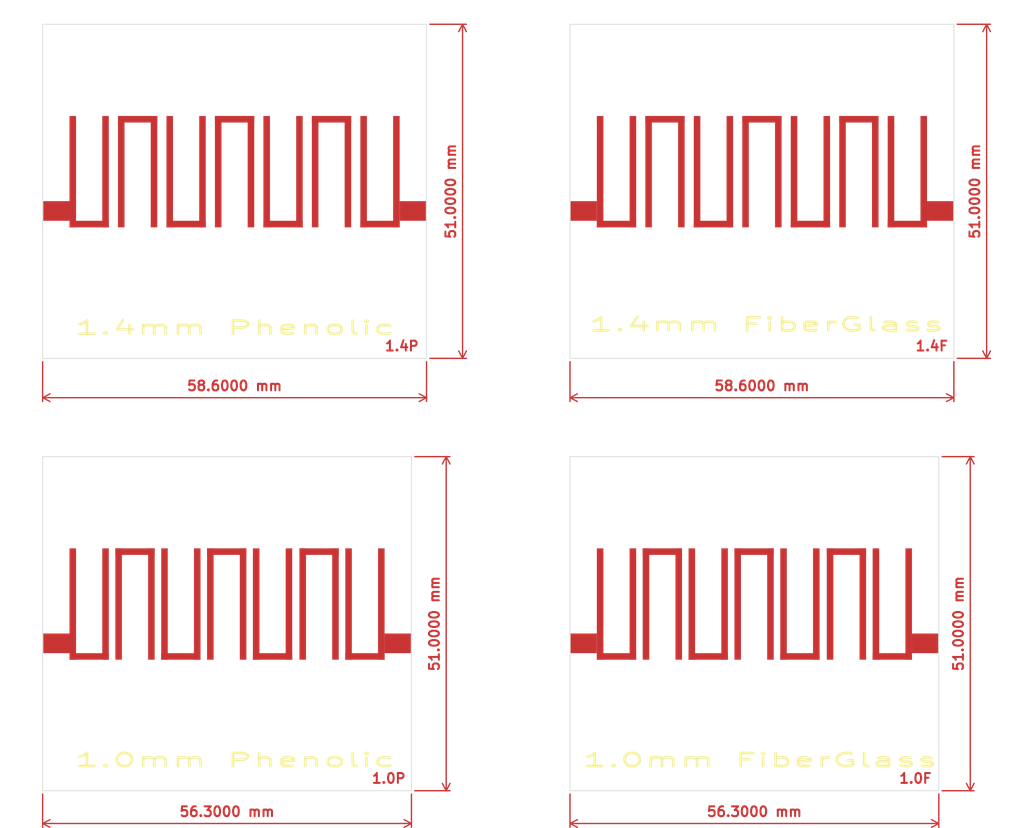
<source format=kicad_pcb>
(kicad_pcb (version 20221018) (generator pcbnew)

  (general
    (thickness 1.6)
  )

  (paper "A4")
  (layers
    (0 "F.Cu" signal)
    (31 "B.Cu" signal)
    (32 "B.Adhes" user "B.Adhesive")
    (33 "F.Adhes" user "F.Adhesive")
    (34 "B.Paste" user)
    (35 "F.Paste" user)
    (36 "B.SilkS" user "B.Silkscreen")
    (37 "F.SilkS" user "F.Silkscreen")
    (38 "B.Mask" user)
    (39 "F.Mask" user)
    (40 "Dwgs.User" user "User.Drawings")
    (41 "Cmts.User" user "User.Comments")
    (42 "Eco1.User" user "User.Eco1")
    (43 "Eco2.User" user "User.Eco2")
    (44 "Edge.Cuts" user)
    (45 "Margin" user)
    (46 "B.CrtYd" user "B.Courtyard")
    (47 "F.CrtYd" user "F.Courtyard")
    (48 "B.Fab" user)
    (49 "F.Fab" user)
    (50 "User.1" user)
    (51 "User.2" user)
    (52 "User.3" user)
    (53 "User.4" user)
    (54 "User.5" user)
    (55 "User.6" user)
    (56 "User.7" user)
    (57 "User.8" user)
    (58 "User.9" user)
  )

  (setup
    (pad_to_mask_clearance 0)
    (pcbplotparams
      (layerselection 0x00010fc_ffffffff)
      (plot_on_all_layers_selection 0x0000000_00000000)
      (disableapertmacros false)
      (usegerberextensions false)
      (usegerberattributes true)
      (usegerberadvancedattributes true)
      (creategerberjobfile true)
      (dashed_line_dash_ratio 12.000000)
      (dashed_line_gap_ratio 3.000000)
      (svgprecision 4)
      (plotframeref false)
      (viasonmask false)
      (mode 1)
      (useauxorigin false)
      (hpglpennumber 1)
      (hpglpenspeed 20)
      (hpglpendiameter 15.000000)
      (dxfpolygonmode true)
      (dxfimperialunits true)
      (dxfusepcbnewfont true)
      (psnegative false)
      (psa4output false)
      (plotreference true)
      (plotvalue true)
      (plotinvisibletext false)
      (sketchpadsonfab false)
      (subtractmaskfromsilk false)
      (outputformat 1)
      (mirror false)
      (drillshape 1)
      (scaleselection 1)
      (outputdirectory "")
    )
  )

  (net 0 "")

  (gr_rect (start 135.1 53) (end 141.1 54)
    (stroke (width 0) (type solid)) (fill solid) (layer "F.Cu") (tstamp 01d9584c-a4ff-4f0a-b35d-abae72b936f7))
  (gr_rect (start 120.3 37) (end 121.3 54)
    (stroke (width 0) (type solid)) (fill solid) (layer "F.Cu") (tstamp 047fcd7c-8fa5-4b28-a46f-e201fc52d9f1))
  (gr_rect (start 152.6 103) (end 153.6 120)
    (stroke (width 0) (type solid)) (fill solid) (layer "F.Cu") (tstamp 04a28c04-7501-4b16-a0f9-23ef689f1fa7))
  (gr_rect (start 47.2 37) (end 53.2 38)
    (stroke (width 0) (type solid)) (fill solid) (layer "F.Cu") (tstamp 05921ab3-944a-42a4-9359-46cfbabfc3c0))
  (gr_rect (start 21 116) (end 25 119)
    (stroke (width 0) (type solid)) (fill solid) (layer "F.Cu") (tstamp 0744caec-ccf3-4091-bfed-0847fd95ce6d))
  (gr_rect (start 21 50) (end 25 53)
    (stroke (width 0) (type solid)) (fill solid) (layer "F.Cu") (tstamp 09f8b331-bc3d-4c57-b204-81d3fc902579))
  (gr_rect (start 105.5 37) (end 106.5 54)
    (stroke (width 0) (type solid)) (fill solid) (layer "F.Cu") (tstamp 12268758-7eff-4857-85a3-d83cb3d040b0))
  (gr_rect (start 135.1 37) (end 136.1 54)
    (stroke (width 0) (type solid)) (fill solid) (layer "F.Cu") (tstamp 16dba43c-2e16-49f7-97c9-ae8d5c917a7b))
  (gr_rect (start 140.6 103) (end 141.6 120)
    (stroke (width 0) (type solid)) (fill solid) (layer "F.Cu") (tstamp 191c0017-2f5a-4e32-ba74-6c120cc63f2b))
  (gr_rect (start 39.8 53) (end 45.8 54)
    (stroke (width 0) (type solid)) (fill solid) (layer "F.Cu") (tstamp 19206d27-a9ae-4d8a-92ed-9fa5082fdb62))
  (gr_rect (start 54.6 53) (end 60.6 54)
    (stroke (width 0) (type solid)) (fill solid) (layer "F.Cu") (tstamp 199a10f8-4034-4086-b123-da1de176a50f))
  (gr_rect (start 119.5 103) (end 120.5 120)
    (stroke (width 0) (type solid)) (fill solid) (layer "F.Cu") (tstamp 199de545-2dfd-436f-aa59-5b08cefaaa9a))
  (gr_rect (start 44 103) (end 45 120)
    (stroke (width 0) (type solid)) (fill solid) (layer "F.Cu") (tstamp 19ee3f8d-ee27-423f-85dd-3acf945b2a06))
  (gr_rect (start 74.4 37) (end 75.4 54)
    (stroke (width 0) (type solid)) (fill solid) (layer "F.Cu") (tstamp 1c4e0516-12ac-4320-9b7f-3bb9d22d5520))
  (gr_rect (start 145.6 103) (end 146.6 120)
    (stroke (width 0) (type solid)) (fill solid) (layer "F.Cu") (tstamp 1dca68b2-e5f5-4b7c-a831-36f82fd5cf85))
  (gr_rect (start 110.5 103) (end 111.5 120)
    (stroke (width 0) (type solid)) (fill solid) (layer "F.Cu") (tstamp 20c5f718-b59b-4c01-a9ed-fa4e8f16b053))
  (gr_rect (start 147.6 119) (end 153.6 120)
    (stroke (width 0) (type solid)) (fill solid) (layer "F.Cu") (tstamp 22d2ad2a-0502-4b26-a3c9-19f9df0a4ec8))
  (gr_rect (start 124.5 103) (end 125.5 120)
    (stroke (width 0) (type solid)) (fill solid) (layer "F.Cu") (tstamp 24c025f0-83c6-4607-a9c6-6537ed2db777))
  (gr_rect (start 154.9 37) (end 155.9 54)
    (stroke (width 0) (type solid)) (fill solid) (layer "F.Cu") (tstamp 2767705b-02a9-48b3-b02c-1ad7debb09e6))
  (gr_rect (start 59.6 37) (end 60.6 54)
    (stroke (width 0) (type solid)) (fill solid) (layer "F.Cu") (tstamp 27b7c7e7-d601-40d9-bcaa-9f3a5cebdb19))
  (gr_rect (start 47.2 37) (end 48.2 54)
    (stroke (width 0) (type solid)) (fill solid) (layer "F.Cu") (tstamp 2f956446-5f49-4e10-ad84-cb927d1ed0b1))
  (gr_rect (start 138.5 103) (end 139.5 120)
    (stroke (width 0) (type solid)) (fill solid) (layer "F.Cu") (tstamp 33711d90-f61b-4282-8620-8d856af5b836))
  (gr_rect (start 126.5 103) (end 127.5 120)
    (stroke (width 0) (type solid)) (fill solid) (layer "F.Cu") (tstamp 33a0cd65-2d0c-4779-988d-2a78a7426394))
  (gr_rect (start 149.9 37) (end 150.9 54)
    (stroke (width 0) (type solid)) (fill solid) (layer "F.Cu") (tstamp 384df503-2f7a-485f-bbe8-26b56fdf8f85))
  (gr_rect (start 117.9 37) (end 118.9 54)
    (stroke (width 0) (type solid)) (fill solid) (layer "F.Cu") (tstamp 3921396d-67b9-44ef-8a53-f70817c6f785))
  (gr_rect (start 32.4 37) (end 33.4 54)
    (stroke (width 0) (type solid)) (fill solid) (layer "F.Cu") (tstamp 3b0f8c94-20ad-44fc-8507-5a9c7b133b7a))
  (gr_rect (start 147.6 103) (end 148.6 120)
    (stroke (width 0) (type solid)) (fill solid) (layer "F.Cu") (tstamp 3b7f6eac-1bec-4f7f-88ae-4a9c85f449c9))
  (gr_rect (start 37 103) (end 38 120)
    (stroke (width 0) (type solid)) (fill solid) (layer "F.Cu") (tstamp 3f4695ec-fff4-4e77-bfd7-7a54acef3096))
  (gr_rect (start 155.9 50) (end 159.9 53)
    (stroke (width 0) (type solid)) (fill solid) (layer "F.Cu") (tstamp 4170a5cc-0f8b-41b9-9421-3ebc13aa2204))
  (gr_rect (start 110.5 37) (end 111.5 54)
    (stroke (width 0) (type solid)) (fill solid) (layer "F.Cu") (tstamp 46f80d7c-2eb5-4cec-a7cd-a79d6d866840))
  (gr_rect (start 140.1 37) (end 141.1 54)
    (stroke (width 0) (type solid)) (fill solid) (layer "F.Cu") (tstamp 4a0eaf07-d3c1-43ee-9176-863da8b9da05))
  (gr_rect (start 132.7 37) (end 133.7 54)
    (stroke (width 0) (type solid)) (fill solid) (layer "F.Cu") (tstamp 4b39a1f3-3487-47c7-a090-9e9dade95ac5))
  (gr_rect (start 126.5 103) (end 132.5 104)
    (stroke (width 0) (type solid)) (fill solid) (layer "F.Cu") (tstamp 4ed1123a-1791-456c-ab17-8c6d78cec27b))
  (gr_rect (start 25 119) (end 31 120)
    (stroke (width 0) (type solid)) (fill solid) (layer "F.Cu") (tstamp 4f5a16ab-5421-4b05-ade9-54a649d94e58))
  (gr_rect (start 60.1 103) (end 61.1 120)
    (stroke (width 0) (type solid)) (fill solid) (layer "F.Cu") (tstamp 551a13ab-b585-4ab1-ab8c-01455fbb3696))
  (gr_rect (start 112.9 37) (end 113.9 54)
    (stroke (width 0) (type solid)) (fill solid) (layer "F.Cu") (tstamp 5a15beb6-dff8-4cfb-96db-b6155eb149fd))
  (gr_rect (start 53 103) (end 54 120)
    (stroke (width 0) (type solid)) (fill solid) (layer "F.Cu") (tstamp 652dfa81-9fc1-41a5-a42c-17c48f1b4106))
  (gr_rect (start 25 53) (end 31 54)
    (stroke (width 0) (type solid)) (fill solid) (layer "F.Cu") (tstamp 6680d957-e544-40c7-8dc2-4a8de7b24293))
  (gr_rect (start 69.4 37) (end 70.4 54)
    (stroke (width 0) (type solid)) (fill solid) (layer "F.Cu") (tstamp 675eee5d-99e5-4dba-8b23-73594b48062b))
  (gr_rect (start 120.3 53) (end 126.3 54)
    (stroke (width 0) (type solid)) (fill solid) (layer "F.Cu") (tstamp 69389e6e-5df8-4432-9318-f425c201a20e))
  (gr_rect (start 67.1 119) (end 73.1 120)
    (stroke (width 0) (type solid)) (fill solid) (layer "F.Cu") (tstamp 71ce6573-f4ac-4040-95e5-c49aed99d6b7))
  (gr_rect (start 30 103) (end 31 120)
    (stroke (width 0) (type solid)) (fill solid) (layer "F.Cu") (tstamp 7356aca8-1de4-4916-ac77-5f3a2df5418e))
  (gr_rect (start 46 103) (end 47 120)
    (stroke (width 0) (type solid)) (fill solid) (layer "F.Cu") (tstamp 73c7a9a8-48c5-4868-8d81-ab56eaac8f17))
  (gr_rect (start 67 37) (end 68 54)
    (stroke (width 0) (type solid)) (fill solid) (layer "F.Cu") (tstamp 7543d341-ec42-4fb7-baff-f9160b7c982d))
  (gr_rect (start 105.5 119) (end 111.5 120)
    (stroke (width 0) (type solid)) (fill solid) (layer "F.Cu") (tstamp 78671d8b-1ac3-467c-9e40-5b8e2631d411))
  (gr_rect (start 133.5 103) (end 134.5 120)
    (stroke (width 0) (type solid)) (fill solid) (layer "F.Cu") (tstamp 7a905688-14e8-4713-82c5-694f8109b79e))
  (gr_rect (start 67.1 103) (end 68.1 120)
    (stroke (width 0) (type solid)) (fill solid) (layer "F.Cu") (tstamp 7ac159b0-314c-434a-bd92-9caf0ffa6657))
  (gr_rect (start 125.3 37) (end 126.3 54)
    (stroke (width 0) (type solid)) (fill solid) (layer "F.Cu") (tstamp 7aeb8157-e3db-496c-949e-85a4ffd203e5))
  (gr_rect (start 112.5 103) (end 118.5 104)
    (stroke (width 0) (type solid)) (fill solid) (layer "F.Cu") (tstamp 85ba20e7-8088-4977-b6bf-6954458296bd))
  (gr_rect (start 133.5 119) (end 139.5 120)
    (stroke (width 0) (type solid)) (fill solid) (layer "F.Cu") (tstamp 86e01e1a-7fad-448d-9c14-473151c67e59))
  (gr_rect (start 142.5 37) (end 143.5 54)
    (stroke (width 0) (type solid)) (fill solid) (layer "F.Cu") (tstamp 873eba19-664e-4231-b08d-d20e3bcc1eaf))
  (gr_rect (start 39 103) (end 40 120)
    (stroke (width 0) (type solid)) (fill solid) (layer "F.Cu") (tstamp 89c71b5c-675b-410b-88e7-6d635d884271))
  (gr_rect (start 127.7 37) (end 128.7 54)
    (stroke (width 0) (type solid)) (fill solid) (layer "F.Cu") (tstamp 8b303f75-c24a-43ec-878c-a0f8d95f2790))
  (gr_rect (start 119.5 119) (end 125.5 120)
    (stroke (width 0) (type solid)) (fill solid) (layer "F.Cu") (tstamp 9052743e-01e8-442d-960b-a7f08d45e63f))
  (gr_rect (start 32.4 37) (end 38.4 38)
    (stroke (width 0) (type solid)) (fill solid) (layer "F.Cu") (tstamp 9173e239-572e-40a4-99a2-0f70550dfd39))
  (gr_rect (start 32 103) (end 38 104)
    (stroke (width 0) (type solid)) (fill solid) (layer "F.Cu") (tstamp 91bc4a21-e6ff-4d5f-bd5a-ce7cce03bca1))
  (gr_rect (start 44.8 37) (end 45.8 54)
    (stroke (width 0) (type solid)) (fill solid) (layer "F.Cu") (tstamp 9400301b-c32a-479a-a35c-14750a9e95af))
  (gr_rect (start 39.8 37) (end 40.8 54)
    (stroke (width 0) (type solid)) (fill solid) (layer "F.Cu") (tstamp 96ffe65e-9aef-42bd-a873-6b6d31d19cca))
  (gr_rect (start 127.7 37) (end 133.7 38)
    (stroke (width 0) (type solid)) (fill solid) (layer "F.Cu") (tstamp 9873f237-42d6-4136-a0e8-1c8f7ec283a4))
  (gr_rect (start 69.4 53) (end 75.4 54)
    (stroke (width 0) (type solid)) (fill solid) (layer "F.Cu") (tstamp 9aef1bdd-ab73-4144-afe6-78f5eeacd1c8))
  (gr_rect (start 52.2 37) (end 53.2 54)
    (stroke (width 0) (type solid)) (fill solid) (layer "F.Cu") (tstamp 9d8b2fe5-5e56-4876-8340-7307ebc783da))
  (gr_rect (start 101.5 50) (end 105.5 53)
    (stroke (width 0) (type solid)) (fill solid) (layer "F.Cu") (tstamp 9de6b32f-9809-4e24-b7a5-96bf98381505))
  (gr_rect (start 112.5 103) (end 113.5 120)
    (stroke (width 0) (type solid)) (fill solid) (layer "F.Cu") (tstamp 9fd516fe-5ee8-4b04-a1f9-b1861417f98d))
  (gr_rect (start 62 37) (end 68 38)
    (stroke (width 0) (type solid)) (fill solid) (layer "F.Cu") (tstamp a72c9ecf-6238-440c-9f23-484a90898b6e))
  (gr_rect (start 112.9 37) (end 118.9 38)
    (stroke (width 0) (type solid)) (fill solid) (layer "F.Cu") (tstamp ab536705-ee8c-4d99-92e3-20b9909a6302))
  (gr_rect (start 53 119) (end 59 120)
    (stroke (width 0) (type solid)) (fill solid) (layer "F.Cu") (tstamp b74e600e-4e07-481a-983d-f49e813d7d6a))
  (gr_rect (start 72.1 103) (end 73.1 120)
    (stroke (width 0) (type solid)) (fill solid) (layer "F.Cu") (tstamp b8c59166-3982-4532-8f2e-cc4ad6018feb))
  (gr_rect (start 105.5 103) (end 106.5 120)
    (stroke (width 0) (type solid)) (fill solid) (layer "F.Cu") (tstamp bc482ae1-f88f-4e57-8fca-251fb932532b))
  (gr_rect (start 149.9 53) (end 155.9 54)
    (stroke (width 0) (type solid)) (fill solid) (layer "F.Cu") (tstamp c1e6898f-a12c-4545-859e-d4846045c431))
  (gr_rect (start 101.5 116) (end 105.5 119)
    (stroke (width 0) (type solid)) (fill solid) (layer "F.Cu") (tstamp c240bc12-2d2a-4634-a7cc-2f489d798484))
  (gr_rect (start 30 37) (end 31 54)
    (stroke (width 0) (type solid)) (fill solid) (layer "F.Cu") (tstamp c8626839-ddd1-4dd9-b579-6baf88381123))
  (gr_rect (start 60.1 103) (end 66.1 104)
    (stroke (width 0) (type solid)) (fill solid) (layer "F.Cu") (tstamp cb2ad196-707e-4d57-957a-a8b2cb19b5b6))
  (gr_rect (start 153.6 116) (end 157.6 119)
    (stroke (width 0) (type solid)) (fill solid) (layer "F.Cu") (tstamp cb759c2f-161a-499a-90d3-2ec772e3dd25))
  (gr_rect (start 39 119) (end 45 120)
    (stroke (width 0) (type solid)) (fill solid) (layer "F.Cu") (tstamp cdad1137-1e5f-40f8-85e1-3cecaf83f5f1))
  (gr_rect (start 25 103) (end 26 120)
    (stroke (width 0) (type solid)) (fill solid) (layer "F.Cu") (tstamp cee4c26a-e9e9-4533-8d8b-2f409019682f))
  (gr_rect (start 140.6 103) (end 146.6 104)
    (stroke (width 0) (type solid)) (fill solid) (layer "F.Cu") (tstamp cff31419-a3ba-4c10-a2f2-4582689e1281))
  (gr_rect (start 51 103) (end 52 120)
    (stroke (width 0) (type solid)) (fill solid) (layer "F.Cu") (tstamp d5a6816b-3019-4e71-88f7-a8753d125e50))
  (gr_rect (start 65.1 103) (end 66.1 120)
    (stroke (width 0) (type solid)) (fill solid) (layer "F.Cu") (tstamp d619568d-252c-438c-8b34-0b3c1288025b))
  (gr_rect (start 105.5 53) (end 111.5 54)
    (stroke (width 0) (type solid)) (fill solid) (layer "F.Cu") (tstamp d6c7d3ad-1d0b-4941-ab7e-77df5a5731e9))
  (gr_rect (start 73.1 116) (end 77.1 119)
    (stroke (width 0) (type solid)) (fill solid) (layer "F.Cu") (tstamp de7dd9be-6591-40ed-8266-005768191ca7))
  (gr_rect (start 117.5 103) (end 118.5 120)
    (stroke (width 0) (type solid)) (fill solid) (layer "F.Cu") (tstamp e09baff5-f069-4b2e-b151-e4fac61e3804))
  (gr_rect (start 75.4 50) (end 79.4 53)
    (stroke (width 0) (type solid)) (fill solid) (layer "F.Cu") (tstamp e7ad447c-57a4-4f0d-a464-2ead6fc7c71e))
  (gr_rect (start 58 103) (end 59 120)
    (stroke (width 0) (type solid)) (fill solid) (layer "F.Cu") (tstamp e84def1f-e55f-4ff6-a169-58ab85f120da))
  (gr_rect (start 32 103) (end 33 120)
    (stroke (width 0) (type solid)) (fill solid) (layer "F.Cu") (tstamp ec0a5c24-1305-4769-a790-257c386842e6))
  (gr_rect (start 62 37) (end 63 54)
    (stroke (width 0) (type solid)) (fill solid) (layer "F.Cu") (tstamp ed3e5fb2-6dd6-4d1e-8dff-83bd663b8966))
  (gr_rect (start 147.5 37) (end 148.5 54)
    (stroke (width 0) (type solid)) (fill solid) (layer "F.Cu") (tstamp ed7c090f-8426-483a-8b7c-bb499c4daffc))
  (gr_rect (start 37.4 37) (end 38.4 54)
    (stroke (width 0) (type solid)) (fill solid) (layer "F.Cu") (tstamp ef6e1a75-3785-4ea9-92d1-237797cad5f1))
  (gr_rect (start 131.5 103) (end 132.5 120)
    (stroke (width 0) (type solid)) (fill solid) (layer "F.Cu") (tstamp f3f7107d-deaa-4ebb-8057-70ddf01c8503))
  (gr_rect (start 54.6 37) (end 55.6 54)
    (stroke (width 0) (type solid)) (fill solid) (layer "F.Cu") (tstamp f62a1dba-bb82-4571-91b1-9354b6bb7302))
  (gr_rect (start 25 37) (end 26 54)
    (stroke (width 0) (type solid)) (fill solid) (layer "F.Cu") (tstamp f87dc6e3-e0ed-48d8-aeca-eecd1b665545))
  (gr_rect (start 142.5 37) (end 148.5 38)
    (stroke (width 0) (type solid)) (fill solid) (layer "F.Cu") (tstamp fbfe50ba-b306-4009-aae3-a95a7d8dc9b3))
  (gr_rect (start 46 103) (end 52 104)
    (stroke (width 0) (type solid)) (fill solid) (layer "F.Cu") (tstamp ff9850a1-80bf-473e-9beb-8e74290618af))
  (gr_rect (start 20.9 23) (end 79.5 74)
    (stroke (width 0.1) (type default)) (fill none) (layer "Edge.Cuts") (tstamp 1a465818-a851-4aba-bd46-665a82ae2214))
  (gr_rect (start 101.4 89) (end 157.7 140)
    (stroke (width 0.1) (type default)) (fill none) (layer "Edge.Cuts") (tstamp 7f1b0e50-b8c6-43cb-a15c-f50fc565aa97))
  (gr_rect (start 101.4 23) (end 160 74)
    (stroke (width 0.1) (type default)) (fill none) (layer "Edge.Cuts") (tstamp b806101a-b804-4f7f-b19a-4fd24feafce8))
  (gr_rect (start 20.9 89) (end 77.2 140)
    (stroke (width 0.1) (type default)) (fill none) (layer "Edge.Cuts") (tstamp e2cde766-1a2a-4b74-8ae9-446f38844f6d))
  (gr_text "1.0P" (at 71 139) (layer "F.Cu") (tstamp 4c01d7bb-0bf0-4c03-b2b9-03cc13f87f9f)
    (effects (font (size 1.5 1.5) (thickness 0.3) bold) (justify left bottom))
  )
  (gr_text "1.0F" (at 151.5 139) (layer "F.Cu") (tstamp 67a02c97-4995-480f-97e8-637eefe8858c)
    (effects (font (size 1.5 1.5) (thickness 0.3) bold) (justify left bottom))
  )
  (gr_text "1.4P" (at 73 73) (layer "F.Cu") (tstamp 87f1765b-bc37-4d9a-9b9a-28e6698b08bd)
    (effects (font (size 1.5 1.5) (thickness 0.3) bold) (justify left bottom))
  )
  (gr_text "1.4F\n" (at 154 73) (layer "F.Cu") (tstamp d4260dec-2db5-438c-bfb9-c838443e68c2)
    (effects (font (size 1.5 1.5) (thickness 0.3) bold) (justify left bottom))
  )
  (gr_text "1.0mm Phenolic" (at 25.5 136.5) (layer "F.SilkS") (tstamp 17bbc842-9f8f-4d7e-aae9-903de08fefbd)
    (effects (font (size 2 4) (thickness 0.4) bold) (justify left bottom))
  )
  (gr_text "1.0mm FiberGlass" (at 103 136.5) (layer "F.SilkS") (tstamp 38c78746-8fdb-4990-a833-2c088d92234a)
    (effects (font (size 2 4) (thickness 0.4) bold) (justify left bottom))
  )
  (gr_text "1.4mm Phenolic" (at 25.5 70.5) (layer "F.SilkS") (tstamp 414be4fc-54d8-42a5-b3da-856c96964a5f)
    (effects (font (size 2 4) (thickness 0.4) bold) (justify left bottom))
  )
  (gr_text "1.4mm FiberGlass" (at 104 70) (layer "F.SilkS") (tstamp 7f33c217-1374-4e8c-8a36-38f0b640ede9)
    (effects (font (size 2 4) (thickness 0.4) bold) (justify left bottom))
  )
  (dimension (type aligned) (layer "F.Cu") (tstamp 328e954a-5a56-4268-ae2d-bda6db0e3caa)
    (pts (xy 77.2 89) (xy 77.2 140))
    (height -5.3)
    (gr_text "51.0000 mm" (at 80.7 114.5 90) (layer "F.Cu") (tstamp 328e954a-5a56-4268-ae2d-bda6db0e3caa)
      (effects (font (size 1.5 1.5) (thickness 0.3)))
    )
    (format (prefix "") (suffix "") (units 3) (units_format 1) (precision 4))
    (style (thickness 0.2) (arrow_length 1.27) (text_position_mode 0) (extension_height 0.58642) (extension_offset 0.5) keep_text_aligned)
  )
  (dimension (type aligned) (layer "F.Cu") (tstamp 340eb0ed-f460-458e-8af2-f6c8112f4a5e)
    (pts (xy 160 23) (xy 160 74))
    (height -5)
    (gr_text "51.0000 mm" (at 163.2 48.5 90) (layer "F.Cu") (tstamp 340eb0ed-f460-458e-8af2-f6c8112f4a5e)
      (effects (font (size 1.5 1.5) (thickness 0.3)))
    )
    (format (prefix "") (suffix "") (units 3) (units_format 1) (precision 4))
    (style (thickness 0.2) (arrow_length 1.27) (text_position_mode 0) (extension_height 0.58642) (extension_offset 0.5) keep_text_aligned)
  )
  (dimension (type aligned) (layer "F.Cu") (tstamp 43ebc786-30b0-4bd7-bc9d-b59cac0ebe2a)
    (pts (xy 77.2 140) (xy 20.9 140))
    (height -5)
    (gr_text "56.3000 mm" (at 49.05 143.2) (layer "F.Cu") (tstamp 43ebc786-30b0-4bd7-bc9d-b59cac0ebe2a)
      (effects (font (size 1.5 1.5) (thickness 0.3)))
    )
    (format (prefix "") (suffix "") (units 3) (units_format 1) (precision 4))
    (style (thickness 0.2) (arrow_length 1.27) (text_position_mode 0) (extension_height 0.58642) (extension_offset 0.5) keep_text_aligned)
  )
  (dimension (type aligned) (layer "F.Cu") (tstamp 9e1c3095-e5a0-461c-b5aa-81d2c831bcb3)
    (pts (xy 79.5 23) (xy 79.5 74))
    (height -5.5)
    (gr_text "51.0000 mm" (at 83.2 48.5 90) (layer "F.Cu") (tstamp 9e1c3095-e5a0-461c-b5aa-81d2c831bcb3)
      (effects (font (size 1.5 1.5) (thickness 0.3)))
    )
    (format (prefix "") (suffix "") (units 3) (units_format 1) (precision 4))
    (style (thickness 0.2) (arrow_length 1.27) (text_position_mode 0) (extension_height 0.58642) (extension_offset 0.5) keep_text_aligned)
  )
  (dimension (type aligned) (layer "F.Cu") (tstamp a60354ba-af2c-4460-b229-3dfed4f45b07)
    (pts (xy 101.4 140) (xy 157.7 140))
    (height 5)
    (gr_text "56.3000 mm" (at 129.55 143.2) (layer "F.Cu") (tstamp a60354ba-af2c-4460-b229-3dfed4f45b07)
      (effects (font (size 1.5 1.5) (thickness 0.3)))
    )
    (format (prefix "") (suffix "") (units 3) (units_format 1) (precision 4))
    (style (thickness 0.2) (arrow_length 1.27) (text_position_mode 0) (extension_height 0.58642) (extension_offset 0.5) keep_text_aligned)
  )
  (dimension (type aligned) (layer "F.Cu") (tstamp d3f7762e-d54e-40c6-8586-8490bac170eb)
    (pts (xy 20.9 74) (xy 79.5 74))
    (height 6)
    (gr_text "58.6000 mm" (at 50.2 78.2) (layer "F.Cu") (tstamp d3f7762e-d54e-40c6-8586-8490bac170eb)
      (effects (font (size 1.5 1.5) (thickness 0.3)))
    )
    (format (prefix "") (suffix "") (units 3) (units_format 1) (precision 4))
    (style (thickness 0.2) (arrow_length 1.27) (text_position_mode 0) (extension_height 0.58642) (extension_offset 0.5) keep_text_aligned)
  )
  (dimension (type aligned) (layer "F.Cu") (tstamp e25b32ef-eb16-4913-88c8-e6c90f7fb5e7)
    (pts (xy 157.7 89) (xy 157.7 140))
    (height -4.8)
    (gr_text "51.0000 mm" (at 160.7 114.5 90) (layer "F.Cu") (tstamp e25b32ef-eb16-4913-88c8-e6c90f7fb5e7)
      (effects (font (size 1.5 1.5) (thickness 0.3)))
    )
    (format (prefix "") (suffix "") (units 3) (units_format 1) (precision 4))
    (style (thickness 0.2) (arrow_length 1.27) (text_position_mode 0) (extension_height 0.58642) (extension_offset 0.5) keep_text_aligned)
  )
  (dimension (type aligned) (layer "F.Cu") (tstamp e8f493be-11e8-4a8f-be28-d94fb201b82c)
    (pts (xy 101.4 74) (xy 160 74))
    (height 6)
    (gr_text "58.6000 mm" (at 130.7 78.2) (layer "F.Cu") (tstamp e8f493be-11e8-4a8f-be28-d94fb201b82c)
      (effects (font (size 1.5 1.5) (thickness 0.3)))
    )
    (format (prefix "") (suffix "") (units 3) (units_format 1) (precision 4))
    (style (thickness 0.2) (arrow_length 1.27) (text_position_mode 0) (extension_height 0.58642) (extension_offset 0.5) keep_text_aligned)
  )
  (dimension (type aligned) (layer "User.1") (tstamp 0e4fe6a8-fff5-4b63-9d6c-f18740f57eb1)
    (pts (xy 31 37) (xy 32.4 37))
    (height -14.5)
    (gr_text "1.4000 mm" (at 31.7 20.7) (layer "User.1") (tstamp 0e4fe6a8-fff5-4b63-9d6c-f18740f57eb1)
      (effects (font (size 1.5 1.5) (thickness 0.3)))
    )
    (format (prefix "") (suffix "") (units 3) (units_format 1) (precision 4))
    (style (thickness 0.2) (arrow_length 1.27) (text_position_mode 0) (extension_height 0.58642) (extension_offset 0.5) keep_text_aligned)
  )
  (dimension (type aligned) (layer "User.1") (tstamp 12a56649-dfbb-4658-803e-0c06323bd410)
    (pts (xy 111.5 37) (xy 112.9 37))
    (height -14.5)
    (gr_text "1.4000 mm" (at 112.2 20.7) (layer "User.1") (tstamp 12a56649-dfbb-4658-803e-0c06323bd410)
      (effects (font (size 1.5 1.5) (thickness 0.3)))
    )
    (format (prefix "") (suffix "") (units 3) (units_format 1) (precision 4))
    (style (thickness 0.2) (arrow_length 1.27) (text_position_mode 0) (extension_height 0.58642) (extension_offset 0.5) keep_text_aligned)
  )
  (dimension (type aligned) (layer "User.1") (tstamp 2ef32b55-1696-456a-b69b-54e3aa3523f2)
    (pts (xy 25 53) (xy 25 54))
    (height 5)
    (gr_text "1.0000 mm" (at 18.85 53.5 90) (layer "User.1") (tstamp 2ef32b55-1696-456a-b69b-54e3aa3523f2)
      (effects (font (size 1 1) (thickness 0.15)))
    )
    (format (prefix "") (suffix "") (units 3) (units_format 1) (precision 4))
    (style (thickness 0.15) (arrow_length 1.27) (text_position_mode 0) (extension_height 0.58642) (extension_offset 0.5) keep_text_aligned)
  )
  (dimension (type aligned) (layer "User.1") (tstamp 631616fb-b1f1-48f1-844e-92c6cfe5b61c)
    (pts (xy 105.5 53) (xy 105.5 54))
    (height 5.5)
    (gr_text "1.0000 mm" (at 98.85 53.5 90) (layer "User.1") (tstamp 631616fb-b1f1-48f1-844e-92c6cfe5b61c)
      (effects (font (size 1 1) (thickness 0.15)))
    )
    (format (prefix "") (suffix "") (units 3) (units_format 1) (precision 4))
    (style (thickness 0.15) (arrow_length 1.27) (text_position_mode 0) (extension_height 0.58642) (extension_offset 0.5) keep_text_aligned)
  )
  (dimension (type aligned) (layer "User.1") (tstamp 77deebe0-aa3d-4b7c-8340-fd2110e7dfb0)
    (pts (xy 25 119) (xy 25 120))
    (height 5)
    (gr_text "1.0000 mm" (at 18.85 119.5 90) (layer "User.1") (tstamp 77deebe0-aa3d-4b7c-8340-fd2110e7dfb0)
      (effects (font (size 1 1) (thickness 0.15)))
    )
    (format (prefix "") (suffix "") (units 3) (units_format 1) (precision 4))
    (style (thickness 0.15) (arrow_length 1.27) (text_position_mode 0) (extension_height 0.58642) (extension_offset 0.5) keep_text_aligned)
  )
  (dimension (type aligned) (layer "User.1") (tstamp 8a9dc67e-abdf-4edc-8981-1aab80228793)
    (pts (xy 105.5 119) (xy 105.5 120))
    (height 5.5)
    (gr_text "1.0000 mm" (at 98.85 119.5 90) (layer "User.1") (tstamp 8a9dc67e-abdf-4edc-8981-1aab80228793)
      (effects (font (size 1 1) (thickness 0.15)))
    )
    (format (prefix "") (suffix "") (units 3) (units_format 1) (precision 4))
    (style (thickness 0.15) (arrow_length 1.27) (text_position_mode 0) (extension_height 0.58642) (extension_offset 0.5) keep_text_aligned)
  )
  (dimension (type aligned) (layer "User.1") (tstamp adb6ac7d-7176-412b-a050-fc3037f9f46d)
    (pts (xy 111.5 103) (xy 112.5 103))
    (height -15.5)
    (gr_text "1.0000 mm" (at 112 85.7) (layer "User.1") (tstamp adb6ac7d-7176-412b-a050-fc3037f9f46d)
      (effects (font (size 1.5 1.5) (thickness 0.3)))
    )
    (format (prefix "") (suffix "") (units 3) (units_format 1) (precision 4))
    (style (thickness 0.2) (arrow_length 1.27) (text_position_mode 0) (extension_height 0.58642) (extension_offset 0.5) keep_text_aligned)
  )
  (dimension (type aligned) (layer "User.1") (tstamp cea92bb0-08a9-4835-8ef9-622cfa0c6dbf)
    (pts (xy 31 103) (xy 32 103))
    (height -15.5)
    (gr_text "1.0000 mm" (at 31.5 85.7) (layer "User.1") (tstamp cea92bb0-08a9-4835-8ef9-622cfa0c6dbf)
      (effects (font (size 1.5 1.5) (thickness 0.3)))
    )
    (format (prefix "") (suffix "") (units 3) (units_format 1) (precision 4))
    (style (thickness 0.2) (arrow_length 1.27) (text_position_mode 0) (extension_height 0.58642) (extension_offset 0.5) keep_text_aligned)
  )

  (zone (net 0) (net_name "") (layer "F.Mask") (tstamp 017f37be-579f-4919-878a-f6dce900e5f3) (hatch edge 0.5)
    (connect_pads (clearance 0.5))
    (min_thickness 0.25) (filled_areas_thickness no)
    (fill yes (thermal_gap 0.5) (thermal_bridge_width 0.5))
    (polygon
      (pts
        (xy 20.9 89)
        (xy 77.2 89)
        (xy 77.3 131.4)
        (xy 20.9 131.2)
      )
    )
    (filled_polygon
      (layer "F.Mask")
      (island)
      (pts
        (xy 77.143039 89.019685)
        (xy 77.188794 89.072489)
        (xy 77.2 89.124)
        (xy 77.2 131.275204)
        (xy 77.180315 131.342243)
        (xy 77.127511 131.387998)
        (xy 77.07556 131.399203)
        (xy 21.02356 131.200438)
        (xy 20.956591 131.180516)
        (xy 20.911024 131.12755)
        (xy 20.9 131.076439)
        (xy 20.9 89.124)
        (xy 20.919685 89.056961)
        (xy 20.972489 89.011206)
        (xy 21.024 89)
        (xy 77.076 89)
      )
    )
  )
  (zone (net 0) (net_name "") (layer "F.Mask") (tstamp 0b30985c-b036-4d0a-8988-b0c251092c45) (hatch edge 0.5)
    (connect_pads (clearance 0.5))
    (min_thickness 0.25) (filled_areas_thickness no)
    (fill yes (thermal_gap 0.5) (thermal_bridge_width 0.5))
    (polygon
      (pts
        (xy 152.8 70.6)
        (xy 160 70.6)
        (xy 160 74)
        (xy 152.8 74)
      )
    )
    (filled_polygon
      (layer "F.Mask")
      (island)
      (pts
        (xy 159.943039 70.619685)
        (xy 159.988794 70.672489)
        (xy 160 70.724)
        (xy 160 73.876)
        (xy 159.980315 73.943039)
        (xy 159.927511 73.988794)
        (xy 159.876 74)
        (xy 152.924 74)
        (xy 152.856961 73.980315)
        (xy 152.811206 73.927511)
        (xy 152.8 73.876)
        (xy 152.8 70.724)
        (xy 152.819685 70.656961)
        (xy 152.872489 70.611206)
        (xy 152.924 70.6)
        (xy 159.876 70.6)
      )
    )
  )
  (zone (net 0) (net_name "") (layer "F.Mask") (tstamp 2ddadf8f-e6b0-4a9d-a530-482247bcb771) (hatch edge 0.5)
    (connect_pads (clearance 0.5))
    (min_thickness 0.25) (filled_areas_thickness no)
    (fill yes (thermal_gap 0.5) (thermal_bridge_width 0.5))
    (polygon
      (pts
        (xy 20.9 23)
        (xy 79.5 23)
        (xy 79.6 65.4)
        (xy 20.9 65.2)
      )
    )
    (filled_polygon
      (layer "F.Mask")
      (island)
      (pts
        (xy 79.443039 23.019685)
        (xy 79.488794 23.072489)
        (xy 79.5 23.124)
        (xy 79.5 65.275236)
        (xy 79.480315 65.342275)
        (xy 79.427511 65.38803)
        (xy 79.375578 65.399235)
        (xy 21.023578 65.200421)
        (xy 20.956606 65.180508)
        (xy 20.911031 65.127549)
        (xy 20.9 65.076422)
        (xy 20.9 23.124)
        (xy 20.919685 23.056961)
        (xy 20.972489 23.011206)
        (xy 21.024 23)
        (xy 79.376 23)
      )
    )
  )
  (zone (net 0) (net_name "") (layer "F.Mask") (tstamp 71c9e46d-12e2-4652-b272-d361f58a0d70) (hatch edge 0.5)
    (connect_pads (clearance 0.5))
    (min_thickness 0.25) (filled_areas_thickness no)
    (fill yes (thermal_gap 0.5) (thermal_bridge_width 0.5))
    (polygon
      (pts
        (xy 150.5 136.6)
        (xy 157.7 136.6)
        (xy 157.7 140)
        (xy 150.5 140)
      )
    )
    (filled_polygon
      (layer "F.Mask")
      (island)
      (pts
        (xy 157.643039 136.619685)
        (xy 157.688794 136.672489)
        (xy 157.7 136.724)
        (xy 157.7 139.876)
        (xy 157.680315 139.943039)
        (xy 157.627511 139.988794)
        (xy 157.576 140)
        (xy 150.624 140)
        (xy 150.556961 139.980315)
        (xy 150.511206 139.927511)
        (xy 150.5 139.876)
        (xy 150.5 136.724)
        (xy 150.519685 136.656961)
        (xy 150.572489 136.611206)
        (xy 150.624 136.6)
        (xy 157.576 136.6)
      )
    )
  )
  (zone (net 0) (net_name "") (layer "F.Mask") (tstamp 7f74bc04-b3d0-43a8-b512-89ce42c41c09) (hatch edge 0.5)
    (connect_pads (clearance 0.5))
    (min_thickness 0.25) (filled_areas_thickness no)
    (fill yes (thermal_gap 0.5) (thermal_bridge_width 0.5))
    (polygon
      (pts
        (xy 101.4 23)
        (xy 160 23)
        (xy 160.1 65.4)
        (xy 101.4 65.2)
      )
    )
    (filled_polygon
      (layer "F.Mask")
      (island)
      (pts
        (xy 159.943039 23.019685)
        (xy 159.988794 23.072489)
        (xy 160 23.124)
        (xy 160 65.275236)
        (xy 159.980315 65.342275)
        (xy 159.927511 65.38803)
        (xy 159.875578 65.399235)
        (xy 101.523578 65.200421)
        (xy 101.456606 65.180508)
        (xy 101.411031 65.127549)
        (xy 101.4 65.076422)
        (xy 101.4 23.124)
        (xy 101.419685 23.056961)
        (xy 101.472489 23.011206)
        (xy 101.524 23)
        (xy 159.876 23)
      )
    )
  )
  (zone (net 0) (net_name "") (layer "F.Mask") (tstamp 846c1a05-a33f-4989-a3be-33de8184a40f) (hatch edge 0.5)
    (connect_pads (clearance 0.5))
    (min_thickness 0.25) (filled_areas_thickness no)
    (fill yes (thermal_gap 0.5) (thermal_bridge_width 0.5))
    (polygon
      (pts
        (xy 101.4 89)
        (xy 157.7 89)
        (xy 157.8 131.4)
        (xy 101.4 131.2)
      )
    )
    (filled_polygon
      (layer "F.Mask")
      (island)
      (pts
        (xy 157.643039 89.019685)
        (xy 157.688794 89.072489)
        (xy 157.7 89.124)
        (xy 157.699999 131.275204)
        (xy 157.680314 131.342243)
        (xy 157.62751 131.387998)
        (xy 157.575559 131.399203)
        (xy 101.52356 131.200438)
        (xy 101.456591 131.180516)
        (xy 101.411024 131.12755)
        (xy 101.4 131.076439)
        (xy 101.4 89.124)
        (xy 101.419685 89.056961)
        (xy 101.472489 89.011206)
        (xy 101.524 89)
        (xy 157.576 89)
      )
    )
  )
  (zone (net 0) (net_name "") (layer "F.Mask") (tstamp a8defff9-ccfd-44db-b7ac-f54727d35366) (hatch edge 0.5)
    (connect_pads (clearance 0.5))
    (min_thickness 0.25) (filled_areas_thickness no)
    (fill yes (thermal_gap 0.5) (thermal_bridge_width 0.5))
    (polygon
      (pts
        (xy 70 136.6)
        (xy 77.2 136.6)
        (xy 77.2 140)
        (xy 70 140)
      )
    )
    (filled_polygon
      (layer "F.Mask")
      (island)
      (pts
        (xy 77.143039 136.619685)
        (xy 77.188794 136.672489)
        (xy 77.2 136.724)
        (xy 77.2 139.876)
        (xy 77.180315 139.943039)
        (xy 77.127511 139.988794)
        (xy 77.076 140)
        (xy 70.124 140)
        (xy 70.056961 139.980315)
        (xy 70.011206 139.927511)
        (xy 70 139.876)
        (xy 70 136.724)
        (xy 70.019685 136.656961)
        (xy 70.072489 136.611206)
        (xy 70.124 136.6)
        (xy 77.076 136.6)
      )
    )
  )
  (zone (net 0) (net_name "") (layer "F.Mask") (tstamp f9dda5d3-528d-46cd-af3b-39ab5d65f8fe) (hatch edge 0.5)
    (connect_pads (clearance 0.5))
    (min_thickness 0.25) (filled_areas_thickness no)
    (fill yes (thermal_gap 0.5) (thermal_bridge_width 0.5))
    (polygon
      (pts
        (xy 72.3 70.6)
        (xy 79.5 70.6)
        (xy 79.5 74)
        (xy 72.3 74)
      )
    )
    (filled_polygon
      (layer "F.Mask")
      (island)
      (pts
        (xy 79.443039 70.619685)
        (xy 79.488794 70.672489)
        (xy 79.5 70.724)
        (xy 79.5 73.876)
        (xy 79.480315 73.943039)
        (xy 79.427511 73.988794)
        (xy 79.376 74)
        (xy 72.424 74)
        (xy 72.356961 73.980315)
        (xy 72.311206 73.927511)
        (xy 72.3 73.876)
        (xy 72.3 70.724)
        (xy 72.319685 70.656961)
        (xy 72.372489 70.611206)
        (xy 72.424 70.6)
        (xy 79.376 70.6)
      )
    )
  )
)

</source>
